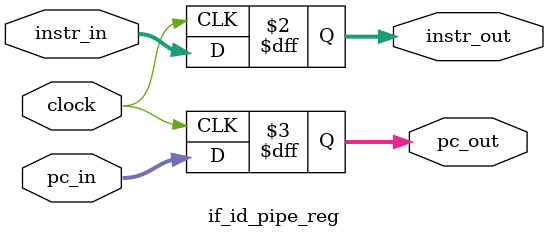
<source format=v>
module if_id_pipe_reg(clock, instr_in, instr_out, pc_in, pc_out);

input clock;
input [31:0] instr_in, pc_in;
output reg [31:0] instr_out, pc_out;

always @(posedge clock)
begin
	instr_out = instr_in;
	pc_out = pc_in;
end
	
endmodule

</source>
